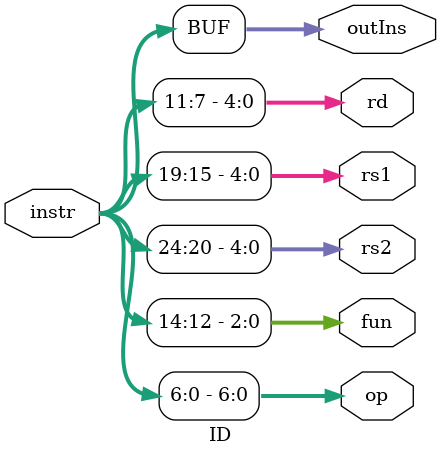
<source format=v>
`timescale 1ns / 1ps


// instruction decoder
module ID(
    input [31:0] instr,
    
    output reg [6:0] op,
    output reg [2:0] fun,
    output reg [4:0] rs2,
    output reg [4:0] rs1,
    output reg [4:0] rd,
    output reg [31:0] outIns  
    );
    
always @(*)
begin
    op <= {instr[6:0]};
    fun <= {instr[14:12]};
    rs2 <= {instr[24:20]};
    rs1 <= {instr[19:15]};
    rd <= {instr[11:7]};
    outIns <= instr;
end
    
endmodule

</source>
